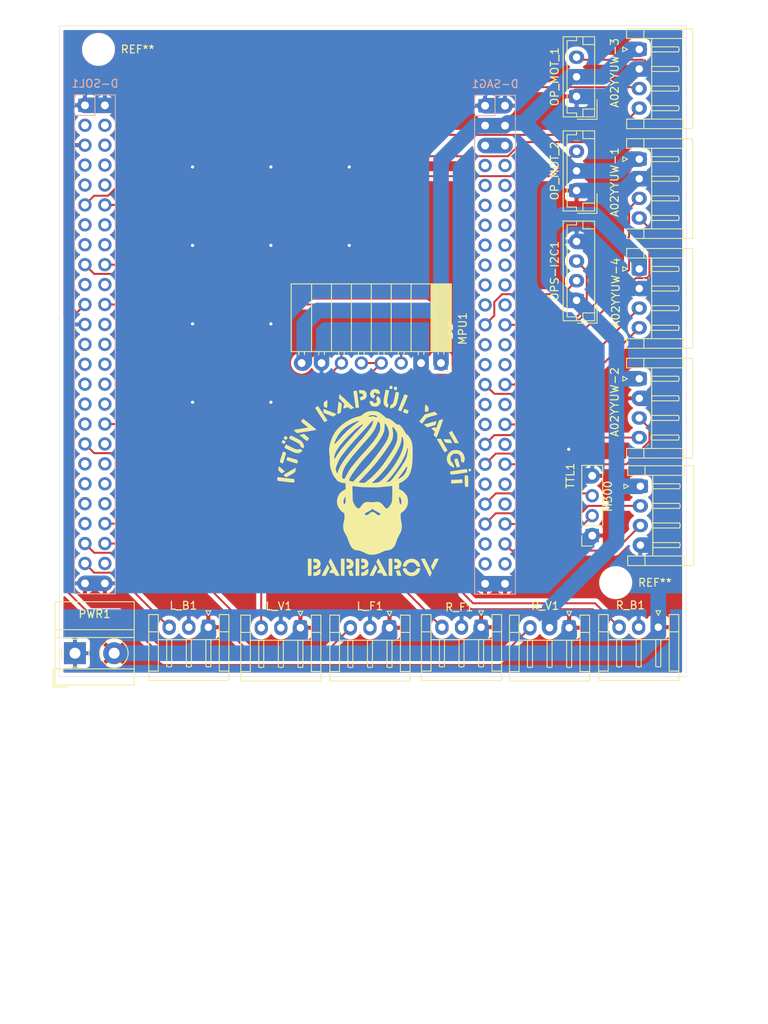
<source format=kicad_pcb>
(kicad_pcb (version 20171130) (host pcbnew "(5.1.10)-1")
  (layers (0 F.Cu signal) (31 B.Cu signal) (34 B.Paste user) (35 F.Paste user) (36 B.SilkS user) (37 F.SilkS user) (38 B.Mask user) (39 F.Mask user) (44 Edge.Cuts user))
  (net 0 "")
  (net 1 I2C1_SDA)
  (net 2 I2C1_SCL)
  (net 3 I2C3_SDA)
  (net 4 I2C3_SCL)
  (net 5 TIM3_CH1)
  (net 6 TIM3_CH2)
  (net 7 TIM3_CH3)
  (net 8 TIM3_CH4)
  (net 9 I2C2_SCL)
  (net 10 I2C2_SDA)
  (net 11 +3V0)
  (net 12 GND_GDK_giris)
  (net 13 +5V_GDK_giris)
  (net 14 "Net-(D-SAG1-Pad45)")
  (net 15 "Net-(D-SAG1-Pad42)")
  (net 16 "Net-(D-SAG1-Pad40)")
  (net 17 "Net-(D-SAG1-Pad39)")
  (net 18 "Net-(D-SAG1-Pad36)")
  (net 19 "Net-(D-SAG1-Pad33)")
  (net 20 "Net-(D-SAG1-Pad32)")
  (net 21 "Net-(D-SAG1-Pad31)")
  (net 22 "Net-(D-SAG1-Pad28)")
  (net 23 "Net-(D-SAG1-Pad27)")
  (net 24 "Net-(D-SAG1-Pad26)")
  (net 25 "Net-(D-SAG1-Pad25)")
  (net 26 "Net-(D-SAG1-Pad22)")
  (net 27 "Net-(D-SAG1-Pad21)")
  (net 28 "Net-(D-SAG1-Pad20)")
  (net 29 "Net-(D-SAG1-Pad19)")
  (net 30 "Net-(D-SAG1-Pad18)")
  (net 31 "Net-(D-SAG1-Pad17)")
  (net 32 "Net-(D-SAG1-Pad16)")
  (net 33 "Net-(D-SAG1-Pad15)")
  (net 34 "Net-(D-SAG1-Pad13)")
  (net 35 "Net-(D-SAG1-Pad12)")
  (net 36 "Net-(D-SAG1-Pad10)")
  (net 37 "Net-(D-SAG1-Pad9)")
  (net 38 "Net-(D-SAG1-Pad8)")
  (net 39 "Net-(D-SAG1-Pad7)")
  (net 40 "Net-(D-SOL1-Pad48)")
  (net 41 "Net-(D-SOL1-Pad43)")
  (net 42 "Net-(D-SOL1-Pad42)")
  (net 43 "Net-(D-SOL1-Pad39)")
  (net 44 "Net-(D-SOL1-Pad38)")
  (net 45 "Net-(D-SOL1-Pad37)")
  (net 46 "Net-(D-SOL1-Pad36)")
  (net 47 "Net-(D-SOL1-Pad33)")
  (net 48 "Net-(D-SOL1-Pad32)")
  (net 49 "Net-(D-SOL1-Pad31)")
  (net 50 "Net-(D-SOL1-Pad30)")
  (net 51 "Net-(D-SOL1-Pad29)")
  (net 52 "Net-(D-SOL1-Pad28)")
  (net 53 "Net-(D-SOL1-Pad27)")
  (net 54 "Net-(D-SOL1-Pad26)")
  (net 55 "Net-(D-SOL1-Pad25)")
  (net 56 "Net-(D-SOL1-Pad24)")
  (net 57 "Net-(D-SOL1-Pad20)")
  (net 58 "Net-(D-SOL1-Pad19)")
  (net 59 "Net-(D-SOL1-Pad16)")
  (net 60 "Net-(D-SOL1-Pad10)")
  (net 61 "Net-(D-SOL1-Pad9)")
  (net 62 "Net-(D-SOL1-Pad8)")
  (net 63 "Net-(D-SOL1-Pad7)")
  (net 64 "Net-(D-SOL1-Pad6)")
  (net 65 "Net-(D-SOL1-Pad4)")
  (net 66 "Net-(D-SOL1-Pad3)")
  (net 67 USART2_TX)
  (net 68 USART2_RX)
  (net 69 USART3_TX)
  (net 70 USART3_RX)
  (net 71 UART4_TX)
  (net 72 UART4_RX)
  (net 73 UART5_RX)
  (net 74 UART5_TX)
  (net 75 "Net-(D-SAG1-Pad48)")
  (net 76 "Net-(D-SAG1-Pad47)")
  (net 77 USART1_TX)
  (net 78 USART1_RX)
  (net 79 "Net-(D-SAG1-Pad14)")
  (net 80 "Net-(D-SAG1-Pad11)")
  (net 81 TIM4_CH4)
  (net 82 TIM4_CH3)
  (net 83 TIM4_CH2)
  (net 84 TIM4_CH1)
  (net 85 "Net-(D-SOL1-Pad41)")
  (net 86 "Net-(D-SOL1-Pad40)")
  (net 87 "Net-(D-SOL1-Pad15)")
  (net 88 "Net-(D-SOL1-Pad14)")
  (net 89 "Net-(D-SOL1-Pad13)")
  (module Connector_PinSocket_2.54mm:PinSocket_2x25_P2.54mm_Vertical (layer B.Cu) (at 176.276 72.136 180)
    (fp_text reference D-SOL1 (at -1.27 2.77) (layer B.SilkS) (effects (justify mirror)))
    (fp_text value SOL)
    (pad 50 thru_hole oval (at -2.54 -60.96 180) (size 1.7 1.7) (drill 1) (layers *.Cu *.Mask) (net 12 GND_GDK_giris))
    (pad 49 thru_hole oval (at 0 -60.96 180) (size 1.7 1.7) (drill 1) (layers *.Cu *.Mask) (net 12 GND_GDK_giris))
    (pad 48 thru_hole oval (at -2.54 -58.42 180) (size 1.7 1.7) (drill 1) (layers *.Cu *.Mask) (net 40 "Net-(D-SOL1-Pad48)"))
    (pad 47 thru_hole oval (at 0 -58.42 180) (size 1.7 1.7) (drill 1) (layers *.Cu *.Mask) (net 81 TIM4_CH4))
    (pad 46 thru_hole oval (at -2.54 -55.88 180) (size 1.7 1.7) (drill 1) (layers *.Cu *.Mask) (net 82 TIM4_CH3))
    (pad 45 thru_hole oval (at 0 -55.88 180) (size 1.7 1.7) (drill 1) (layers *.Cu *.Mask) (net 83 TIM4_CH2))
    (pad 44 thru_hole oval (at -2.54 -53.34 180) (size 1.7 1.7) (drill 1) (layers *.Cu *.Mask) (net 84 TIM4_CH1))
    (pad 43 thru_hole oval (at 0 -53.34 180) (size 1.7 1.7) (drill 1) (layers *.Cu *.Mask) (net 41 "Net-(D-SOL1-Pad43)"))
    (pad 42 thru_hole oval (at -2.54 -50.8 180) (size 1.7 1.7) (drill 1) (layers *.Cu *.Mask) (net 42 "Net-(D-SOL1-Pad42)"))
    (pad 41 thru_hole oval (at 0 -50.8 180) (size 1.7 1.7) (drill 1) (layers *.Cu *.Mask) (net 85 "Net-(D-SOL1-Pad41)"))
    (pad 40 thru_hole oval (at -2.54 -48.26 180) (size 1.7 1.7) (drill 1) (layers *.Cu *.Mask) (net 86 "Net-(D-SOL1-Pad40)"))
    (pad 39 thru_hole oval (at 0 -48.26 180) (size 1.7 1.7) (drill 1) (layers *.Cu *.Mask) (net 43 "Net-(D-SOL1-Pad39)"))
    (pad 38 thru_hole oval (at -2.54 -45.72 180) (size 1.7 1.7) (drill 1) (layers *.Cu *.Mask) (net 44 "Net-(D-SOL1-Pad38)"))
    (pad 37 thru_hole oval (at 0 -45.72 180) (size 1.7 1.7) (drill 1) (layers *.Cu *.Mask) (net 45 "Net-(D-SOL1-Pad37)"))
    (pad 36 thru_hole oval (at -2.54 -43.18 180) (size 1.7 1.7) (drill 1) (layers *.Cu *.Mask) (net 46 "Net-(D-SOL1-Pad36)"))
    (pad 35 thru_hole oval (at 0 -43.18 180) (size 1.7 1.7) (drill 1) (layers *.Cu *.Mask) (net 10 I2C2_SDA))
    (pad 34 thru_hole oval (at -2.54 -40.64 180) (size 1.7 1.7) (drill 1) (layers *.Cu *.Mask) (net 9 I2C2_SCL))
    (pad 33 thru_hole oval (at 0 -40.64 180) (size 1.7 1.7) (drill 1) (layers *.Cu *.Mask) (net 47 "Net-(D-SOL1-Pad33)"))
    (pad 32 thru_hole oval (at -2.54 -38.1 180) (size 1.7 1.7) (drill 1) (layers *.Cu *.Mask) (net 48 "Net-(D-SOL1-Pad32)"))
    (pad 31 thru_hole oval (at 0 -38.1 180) (size 1.7 1.7) (drill 1) (layers *.Cu *.Mask) (net 49 "Net-(D-SOL1-Pad31)"))
    (pad 30 thru_hole oval (at -2.54 -35.56 180) (size 1.7 1.7) (drill 1) (layers *.Cu *.Mask) (net 50 "Net-(D-SOL1-Pad30)"))
    (pad 29 thru_hole oval (at 0 -35.56 180) (size 1.7 1.7) (drill 1) (layers *.Cu *.Mask) (net 51 "Net-(D-SOL1-Pad29)"))
    (pad 28 thru_hole oval (at -2.54 -33.02 180) (size 1.7 1.7) (drill 1) (layers *.Cu *.Mask) (net 52 "Net-(D-SOL1-Pad28)"))
    (pad 27 thru_hole oval (at 0 -33.02 180) (size 1.7 1.7) (drill 1) (layers *.Cu *.Mask) (net 53 "Net-(D-SOL1-Pad27)"))
    (pad 26 thru_hole oval (at -2.54 -30.48 180) (size 1.7 1.7) (drill 1) (layers *.Cu *.Mask) (net 54 "Net-(D-SOL1-Pad26)"))
    (pad 25 thru_hole oval (at 0 -30.48 180) (size 1.7 1.7) (drill 1) (layers *.Cu *.Mask) (net 55 "Net-(D-SOL1-Pad25)"))
    (pad 24 thru_hole oval (at -2.54 -27.94 180) (size 1.7 1.7) (drill 1) (layers *.Cu *.Mask) (net 56 "Net-(D-SOL1-Pad24)"))
    (pad 23 thru_hole oval (at 0 -27.94 180) (size 1.7 1.7) (drill 1) (layers *.Cu *.Mask) (net 12 GND_GDK_giris))
    (pad 22 thru_hole oval (at -2.54 -25.4 180) (size 1.7 1.7) (drill 1) (layers *.Cu *.Mask) (net 7 TIM3_CH3))
    (pad 21 thru_hole oval (at 0 -25.4 180) (size 1.7 1.7) (drill 1) (layers *.Cu *.Mask) (net 8 TIM3_CH4))
    (pad 20 thru_hole oval (at -2.54 -22.86 180) (size 1.7 1.7) (drill 1) (layers *.Cu *.Mask) (net 57 "Net-(D-SOL1-Pad20)"))
    (pad 19 thru_hole oval (at 0 -22.86 180) (size 1.7 1.7) (drill 1) (layers *.Cu *.Mask) (net 58 "Net-(D-SOL1-Pad19)"))
    (pad 18 thru_hole oval (at -2.54 -20.32 180) (size 1.7 1.7) (drill 1) (layers *.Cu *.Mask) (net 5 TIM3_CH1))
    (pad 17 thru_hole oval (at 0 -20.32 180) (size 1.7 1.7) (drill 1) (layers *.Cu *.Mask) (net 6 TIM3_CH2))
    (pad 16 thru_hole oval (at -2.54 -17.78 180) (size 1.7 1.7) (drill 1) (layers *.Cu *.Mask) (net 59 "Net-(D-SOL1-Pad16)"))
    (pad 15 thru_hole oval (at 0 -17.78 180) (size 1.7 1.7) (drill 1) (layers *.Cu *.Mask) (net 87 "Net-(D-SOL1-Pad15)"))
    (pad 14 thru_hole oval (at -2.54 -15.24 180) (size 1.7 1.7) (drill 1) (layers *.Cu *.Mask) (net 88 "Net-(D-SOL1-Pad14)"))
    (pad 13 thru_hole oval (at 0 -15.24 180) (size 1.7 1.7) (drill 1) (layers *.Cu *.Mask) (net 89 "Net-(D-SOL1-Pad13)"))
    (pad 12 thru_hole oval (at -2.54 -12.7 180) (size 1.7 1.7) (drill 1) (layers *.Cu *.Mask) (net 71 UART4_TX))
    (pad 11 thru_hole oval (at 0 -12.7 180) (size 1.7 1.7) (drill 1) (layers *.Cu *.Mask) (net 72 UART4_RX))
    (pad 10 thru_hole oval (at -2.54 -10.16 180) (size 1.7 1.7) (drill 1) (layers *.Cu *.Mask) (net 60 "Net-(D-SOL1-Pad10)"))
    (pad 9 thru_hole oval (at 0 -10.16 180) (size 1.7 1.7) (drill 1) (layers *.Cu *.Mask) (net 61 "Net-(D-SOL1-Pad9)"))
    (pad 8 thru_hole oval (at -2.54 -7.62 180) (size 1.7 1.7) (drill 1) (layers *.Cu *.Mask) (net 62 "Net-(D-SOL1-Pad8)"))
    (pad 7 thru_hole oval (at 0 -7.62 180) (size 1.7 1.7) (drill 1) (layers *.Cu *.Mask) (net 63 "Net-(D-SOL1-Pad7)"))
    (pad 6 thru_hole oval (at -2.54 -5.08 180) (size 1.7 1.7) (drill 1) (layers *.Cu *.Mask) (net 64 "Net-(D-SOL1-Pad6)"))
    (pad 5 thru_hole oval (at 0 -5.08 180) (size 1.7 1.7) (drill 1) (layers *.Cu *.Mask) (net 12 GND_GDK_giris))
    (pad 4 thru_hole oval (at -2.54 -2.54 180) (size 1.7 1.7) (drill 1) (layers *.Cu *.Mask) (net 65 "Net-(D-SOL1-Pad4)"))
    (pad 3 thru_hole oval (at 0 -2.54 180) (size 1.7 1.7) (drill 1) (layers *.Cu *.Mask) (net 66 "Net-(D-SOL1-Pad3)"))
    (pad 2 thru_hole oval (at -2.54 0 180) (size 1.7 1.7) (drill 1) (layers *.Cu *.Mask) (net 12 GND_GDK_giris))
    (pad 1 thru_hole rect (at 0 0 180) (size 1.7 1.7) (drill 1) (layers *.Cu *.Mask) (net 12 GND_GDK_giris))
  )
  (module deneme:deneme_v3 (layer F.Cu) (at 213 120.5)
    (fp_text reference G*** hide)
    (fp_text value LOGO hide)
  )
  (module Connector_JST:JST_EH_B3B-EH-A_1x03_P2.50mm_Vertical (layer F.Cu) (at 239 83 90)
    (fp_text reference OP_MOT_2 (at 2.5 -2.8 90) (layer F.SilkS))
    (fp_text value OPS_MOT2)
    (pad 1 thru_hole roundrect (at 0 0 90) (size 1.7 1.95) (drill 0.95) (layers *.Cu *.Mask) (roundrect_rratio 0.1470588235294118) (net 12 GND_GDK_giris))
    (pad 2 thru_hole oval (at 2.5 0 90) (size 1.7 1.95) (drill 0.95) (layers *.Cu *.Mask) (net 13 +5V_GDK_giris))
    (pad 3 thru_hole oval (at 5 0 90) (size 1.7 1.95) (drill 0.95) (layers *.Cu *.Mask) (net 6 TIM3_CH2))
  )
  (module Connector_JST:JST_EH_S3B-EH_1x03_P2.50mm_Horizontal (layer F.Cu) (at 192.024 138.684 180)
    (fp_text reference L_B1 (at 3.196 2.754) (layer F.SilkS))
    (fp_text value SOL_ARKA)
    (pad 3 thru_hole oval (at 5 0 180) (size 1.7 1.95) (drill 0.95) (layers *.Cu *.Mask) (net 81 TIM4_CH4))
    (pad 2 thru_hole oval (at 2.5 0 180) (size 1.7 1.95) (drill 0.95) (layers *.Cu *.Mask) (net 13 +5V_GDK_giris))
    (pad 1 thru_hole roundrect (at 0 0 180) (size 1.7 1.95) (drill 0.95) (layers *.Cu *.Mask) (roundrect_rratio 0.1470588235294118) (net 12 GND_GDK_giris))
  )
  (module Connector_JST:JST_EH_S4B-EH_1x04_P2.50mm_Horizontal (layer F.Cu) (at 247 93 270)
    (fp_text reference A02YYUW-4 (at 3 3 90) (layer F.SilkS))
    (fp_text value A02YYUW-3)
    (pad 1 thru_hole roundrect (at 0 0 270) (size 1.7 1.95) (drill 0.95) (layers *.Cu *.Mask) (roundrect_rratio 0.1470588235294118) (net 13 +5V_GDK_giris))
    (pad 2 thru_hole oval (at 2.5 0 270) (size 1.7 1.95) (drill 0.95) (layers *.Cu *.Mask) (net 12 GND_GDK_giris))
    (pad 3 thru_hole oval (at 5 0 270) (size 1.7 1.95) (drill 0.95) (layers *.Cu *.Mask) (net 73 UART5_RX))
    (pad 4 thru_hole oval (at 7.5 0 270) (size 1.7 1.95) (drill 0.95) (layers *.Cu *.Mask) (net 74 UART5_TX))
  )
  (module TerminalBlock_MetzConnect:TerminalBlock_MetzConnect_Type011_RT05502HBWC_1x02_P5.00mm_Horizontal (layer F.Cu) (at 175 142)
    (fp_text reference PWR1 (at 2.5 -5) (layer F.SilkS))
    (fp_text value GDK_Güc_Girisleri)
    (pad 2 thru_hole circle (at 5 0) (size 2.8 2.8) (drill 1.4) (layers *.Cu *.Mask) (net 12 GND_GDK_giris))
    (pad 1 thru_hole rect (at 0 0) (size 2.8 2.8) (drill 1.4) (layers *.Cu *.Mask) (net 13 +5V_GDK_giris))
  )
  (module MountingHole:MountingHole_3.2mm_M3 (layer F.Cu) (at 244 133)
    (fp_text reference REF** (at 5 0) (layer F.SilkS))
    (fp_text value MountingHole_3.2mm_M3)
    (pad 1 np_thru_hole circle (at 0 0) (size 3.2 3.2) (drill 3.2) (layers *.Cu *.Mask))
  )
  (module MountingHole:MountingHole_3.2mm_M3 (layer F.Cu) (at 178 65)
    (fp_text reference REF** (at 5 0) (layer F.SilkS))
    (fp_text value MountingHole_3.2mm_M3)
    (pad 1 np_thru_hole circle (at 0 0) (size 3.2 3.2) (drill 3.2) (layers *.Cu *.Mask))
  )
  (module Connector_PinSocket_2.54mm:PinSocket_2x25_P2.54mm_Vertical (layer B.Cu) (at 227.33 72.186 180)
    (fp_text reference D-SAG1 (at -1.27 2.77) (layer B.SilkS) (effects (justify mirror)))
    (fp_text value SAG)
    (pad 50 thru_hole oval (at -2.54 -60.96 180) (size 1.7 1.7) (drill 1) (layers *.Cu *.Mask) (net 12 GND_GDK_giris))
    (pad 49 thru_hole oval (at 0 -60.96 180) (size 1.7 1.7) (drill 1) (layers *.Cu *.Mask) (net 12 GND_GDK_giris))
    (pad 48 thru_hole oval (at -2.54 -58.42 180) (size 1.7 1.7) (drill 1) (layers *.Cu *.Mask) (net 75 "Net-(D-SAG1-Pad48)"))
    (pad 47 thru_hole oval (at 0 -58.42 180) (size 1.7 1.7) (drill 1) (layers *.Cu *.Mask) (net 76 "Net-(D-SAG1-Pad47)"))
    (pad 46 thru_hole oval (at -2.54 -55.88 180) (size 1.7 1.7) (drill 1) (layers *.Cu *.Mask) (net 3 I2C3_SDA))
    (pad 45 thru_hole oval (at 0 -55.88 180) (size 1.7 1.7) (drill 1) (layers *.Cu *.Mask) (net 14 "Net-(D-SAG1-Pad45)"))
    (pad 44 thru_hole oval (at -2.54 -53.34 180) (size 1.7 1.7) (drill 1) (layers *.Cu *.Mask) (net 77 USART1_TX))
    (pad 43 thru_hole oval (at 0 -53.34 180) (size 1.7 1.7) (drill 1) (layers *.Cu *.Mask) (net 4 I2C3_SCL))
    (pad 42 thru_hole oval (at -2.54 -50.8 180) (size 1.7 1.7) (drill 1) (layers *.Cu *.Mask) (net 15 "Net-(D-SAG1-Pad42)"))
    (pad 41 thru_hole oval (at 0 -50.8 180) (size 1.7 1.7) (drill 1) (layers *.Cu *.Mask) (net 78 USART1_RX))
    (pad 40 thru_hole oval (at -2.54 -48.26 180) (size 1.7 1.7) (drill 1) (layers *.Cu *.Mask) (net 16 "Net-(D-SAG1-Pad40)"))
    (pad 39 thru_hole oval (at 0 -48.26 180) (size 1.7 1.7) (drill 1) (layers *.Cu *.Mask) (net 17 "Net-(D-SAG1-Pad39)"))
    (pad 38 thru_hole oval (at -2.54 -45.72 180) (size 1.7 1.7) (drill 1) (layers *.Cu *.Mask) (net 70 USART3_RX))
    (pad 37 thru_hole oval (at 0 -45.72 180) (size 1.7 1.7) (drill 1) (layers *.Cu *.Mask) (net 69 USART3_TX))
    (pad 36 thru_hole oval (at -2.54 -43.18 180) (size 1.7 1.7) (drill 1) (layers *.Cu *.Mask) (net 18 "Net-(D-SAG1-Pad36)"))
    (pad 35 thru_hole oval (at 0 -43.18 180) (size 1.7 1.7) (drill 1) (layers *.Cu *.Mask) (net 74 UART5_TX))
    (pad 34 thru_hole oval (at -2.54 -40.64 180) (size 1.7 1.7) (drill 1) (layers *.Cu *.Mask) (net 73 UART5_RX))
    (pad 33 thru_hole oval (at 0 -40.64 180) (size 1.7 1.7) (drill 1) (layers *.Cu *.Mask) (net 19 "Net-(D-SAG1-Pad33)"))
    (pad 32 thru_hole oval (at -2.54 -38.1 180) (size 1.7 1.7) (drill 1) (layers *.Cu *.Mask) (net 20 "Net-(D-SAG1-Pad32)"))
    (pad 31 thru_hole oval (at 0 -38.1 180) (size 1.7 1.7) (drill 1) (layers *.Cu *.Mask) (net 21 "Net-(D-SAG1-Pad31)"))
    (pad 30 thru_hole oval (at -2.54 -35.56 180) (size 1.7 1.7) (drill 1) (layers *.Cu *.Mask) (net 68 USART2_RX))
    (pad 29 thru_hole oval (at 0 -35.56 180) (size 1.7 1.7) (drill 1) (layers *.Cu *.Mask) (net 67 USART2_TX))
    (pad 28 thru_hole oval (at -2.54 -33.02 180) (size 1.7 1.7) (drill 1) (layers *.Cu *.Mask) (net 22 "Net-(D-SAG1-Pad28)"))
    (pad 27 thru_hole oval (at 0 -33.02 180) (size 1.7 1.7) (drill 1) (layers *.Cu *.Mask) (net 23 "Net-(D-SAG1-Pad27)"))
    (pad 26 thru_hole oval (at -2.54 -30.48 180) (size 1.7 1.7) (drill 1) (layers *.Cu *.Mask) (net 24 "Net-(D-SAG1-Pad26)"))
    (pad 25 thru_hole oval (at 0 -30.48 180) (size 1.7 1.7) (drill 1) (layers *.Cu *.Mask) (net 25 "Net-(D-SAG1-Pad25)"))
    (pad 24 thru_hole oval (at -2.54 -27.94 180) (size 1.7 1.7) (drill 1) (layers *.Cu *.Mask) (net 1 I2C1_SDA))
    (pad 23 thru_hole oval (at 0 -27.94 180) (size 1.7 1.7) (drill 1) (layers *.Cu *.Mask) (net 2 I2C1_SCL))
    (pad 22 thru_hole oval (at -2.54 -25.4 180) (size 1.7 1.7) (drill 1) (layers *.Cu *.Mask) (net 26 "Net-(D-SAG1-Pad22)"))
    (pad 21 thru_hole oval (at 0 -25.4 180) (size 1.7 1.7) (drill 1) (layers *.Cu *.Mask) (net 27 "Net-(D-SAG1-Pad21)"))
    (pad 20 thru_hole oval (at -2.54 -22.86 180) (size 1.7 1.7) (drill 1) (layers *.Cu *.Mask) (net 28 "Net-(D-SAG1-Pad20)"))
    (pad 19 thru_hole oval (at 0 -22.86 180) (size 1.7 1.7) (drill 1) (layers *.Cu *.Mask) (net 29 "Net-(D-SAG1-Pad19)"))
    (pad 18 thru_hole oval (at -2.54 -20.32 180) (size 1.7 1.7) (drill 1) (layers *.Cu *.Mask) (net 30 "Net-(D-SAG1-Pad18)"))
    (pad 17 thru_hole oval (at 0 -20.32 180) (size 1.7 1.7) (drill 1) (layers *.Cu *.Mask) (net 31 "Net-(D-SAG1-Pad17)"))
    (pad 16 thru_hole oval (at -2.54 -17.78 180) (size 1.7 1.7) (drill 1) (layers *.Cu *.Mask) (net 32 "Net-(D-SAG1-Pad16)"))
    (pad 15 thru_hole oval (at 0 -17.78 180) (size 1.7 1.7) (drill 1) (layers *.Cu *.Mask) (net 33 "Net-(D-SAG1-Pad15)"))
    (pad 14 thru_hole oval (at -2.54 -15.24 180) (size 1.7 1.7) (drill 1) (layers *.Cu *.Mask) (net 79 "Net-(D-SAG1-Pad14)"))
    (pad 13 thru_hole oval (at 0 -15.24 180) (size 1.7 1.7) (drill 1) (layers *.Cu *.Mask) (net 34 "Net-(D-SAG1-Pad13)"))
    (pad 12 thru_hole oval (at -2.54 -12.7 180) (size 1.7 1.7) (drill 1) (layers *.Cu *.Mask) (net 35 "Net-(D-SAG1-Pad12)"))
    (pad 11 thru_hole oval (at 0 -12.7 180) (size 1.7 1.7) (drill 1) (layers *.Cu *.Mask) (net 80 "Net-(D-SAG1-Pad11)"))
    (pad 10 thru_hole oval (at -2.54 -10.16 180) (size 1.7 1.7) (drill 1) (layers *.Cu *.Mask) (net 36 "Net-(D-SAG1-Pad10)"))
    (pad 9 thru_hole oval (at 0 -10.16 180) (size 1.7 1.7) (drill 1) (layers *.Cu *.Mask) (net 37 "Net-(D-SAG1-Pad9)"))
    (pad 8 thru_hole oval (at -2.54 -7.62 180) (size 1.7 1.7) (drill 1) (layers *.Cu *.Mask) (net 38 "Net-(D-SAG1-Pad8)"))
    (pad 7 thru_hole oval (at 0 -7.62 180) (size 1.7 1.7) (drill 1) (layers *.Cu *.Mask) (net 39 "Net-(D-SAG1-Pad7)"))
    (pad 6 thru_hole oval (at -2.54 -5.08 180) (size 1.7 1.7) (drill 1) (layers *.Cu *.Mask) (net 11 +3V0))
    (pad 5 thru_hole oval (at 0 -5.08 180) (size 1.7 1.7) (drill 1) (layers *.Cu *.Mask) (net 11 +3V0))
    (pad 4 thru_hole oval (at -2.54 -2.54 180) (size 1.7 1.7) (drill 1) (layers *.Cu *.Mask) (net 13 +5V_GDK_giris))
    (pad 3 thru_hole oval (at 0 -2.54 180) (size 1.7 1.7) (drill 1) (layers *.Cu *.Mask) (net 13 +5V_GDK_giris))
    (pad 2 thru_hole oval (at -2.54 0 180) (size 1.7 1.7) (drill 1) (layers *.Cu *.Mask) (net 12 GND_GDK_giris))
    (pad 1 thru_hole rect (at 0 0 180) (size 1.7 1.7) (drill 1) (layers *.Cu *.Mask) (net 12 GND_GDK_giris))
  )
  (module Connector_JST:JST_EH_S4B-EH_1x04_P2.50mm_Horizontal (layer F.Cu) (at 247.142 120.714 270)
    (fp_text reference M300 (at 1.286 4.142 90) (layer F.SilkS))
    (fp_text value M300)
    (pad 4 thru_hole oval (at 7.5 0 270) (size 1.7 1.95) (drill 0.95) (layers *.Cu *.Mask) (net 12 GND_GDK_giris))
    (pad 3 thru_hole oval (at 5 0 270) (size 1.7 1.95) (drill 0.95) (layers *.Cu *.Mask) (net 3 I2C3_SDA))
    (pad 2 thru_hole oval (at 2.5 0 270) (size 1.7 1.95) (drill 0.95) (layers *.Cu *.Mask) (net 4 I2C3_SCL))
    (pad 1 thru_hole roundrect (at 0 0 270) (size 1.7 1.95) (drill 0.95) (layers *.Cu *.Mask) (roundrect_rratio 0.1470588235294118) (net 13 +5V_GDK_giris))
  )
  (module Connector_JST:JST_EH_S4B-EH_1x04_P2.50mm_Horizontal (layer F.Cu) (at 247 65 270)
    (fp_text reference A02YYUW-3 (at 3.002 3.142 90) (layer F.SilkS))
    (fp_text value A02YYUW-3)
    (pad 4 thru_hole oval (at 7.5 0 270) (size 1.7 1.95) (drill 0.95) (layers *.Cu *.Mask) (net 71 UART4_TX))
    (pad 3 thru_hole oval (at 5 0 270) (size 1.7 1.95) (drill 0.95) (layers *.Cu *.Mask) (net 72 UART4_RX))
    (pad 2 thru_hole oval (at 2.5 0 270) (size 1.7 1.95) (drill 0.95) (layers *.Cu *.Mask) (net 12 GND_GDK_giris))
    (pad 1 thru_hole roundrect (at 0 0 270) (size 1.7 1.95) (drill 0.95) (layers *.Cu *.Mask) (roundrect_rratio 0.1470588235294118) (net 13 +5V_GDK_giris))
  )
  (module Connector_JST:JST_EH_S3B-EH_1x03_P2.50mm_Horizontal (layer F.Cu) (at 203.766 138.754 180)
    (fp_text reference L_V1 (at 2.766 2.754) (layer F.SilkS))
    (fp_text value SOL_DIKEY)
    (pad 3 thru_hole oval (at 5 0 180) (size 1.7 1.95) (drill 0.95) (layers *.Cu *.Mask) (net 82 TIM4_CH3))
    (pad 2 thru_hole oval (at 2.5 0 180) (size 1.7 1.95) (drill 0.95) (layers *.Cu *.Mask) (net 13 +5V_GDK_giris))
    (pad 1 thru_hole roundrect (at 0 0 180) (size 1.7 1.95) (drill 0.95) (layers *.Cu *.Mask) (roundrect_rratio 0.1470588235294118) (net 12 GND_GDK_giris))
  )
  (module Connector_JST:JST_EH_S4B-EH_1x04_P2.50mm_Horizontal (layer F.Cu) (at 247 107 270)
    (fp_text reference A02YYUW-2 (at 2.972 3.142 90) (layer F.SilkS))
    (fp_text value A02YYUW-2)
    (pad 4 thru_hole oval (at 7.5 0 270) (size 1.7 1.95) (drill 0.95) (layers *.Cu *.Mask) (net 69 USART3_TX))
    (pad 3 thru_hole oval (at 5 0 270) (size 1.7 1.95) (drill 0.95) (layers *.Cu *.Mask) (net 70 USART3_RX))
    (pad 2 thru_hole oval (at 2.5 0 270) (size 1.7 1.95) (drill 0.95) (layers *.Cu *.Mask) (net 12 GND_GDK_giris))
    (pad 1 thru_hole roundrect (at 0 0 270) (size 1.7 1.95) (drill 0.95) (layers *.Cu *.Mask) (roundrect_rratio 0.1470588235294118) (net 13 +5V_GDK_giris))
  )
  (module Connector_JST:JST_EH_S4B-EH_1x04_P2.50mm_Horizontal (layer F.Cu) (at 247 79 270)
    (fp_text reference A02YYUW-1 (at 2.942 3.142 90) (layer F.SilkS))
    (fp_text value A02YYUW-1)
    (pad 4 thru_hole oval (at 7.5 0 270) (size 1.7 1.95) (drill 0.95) (layers *.Cu *.Mask) (net 67 USART2_TX))
    (pad 3 thru_hole oval (at 5 0 270) (size 1.7 1.95) (drill 0.95) (layers *.Cu *.Mask) (net 68 USART2_RX))
    (pad 2 thru_hole oval (at 2.5 0 270) (size 1.7 1.95) (drill 0.95) (layers *.Cu *.Mask) (net 12 GND_GDK_giris))
    (pad 1 thru_hole roundrect (at 0 0 270) (size 1.7 1.95) (drill 0.95) (layers *.Cu *.Mask) (roundrect_rratio 0.1470588235294118) (net 13 +5V_GDK_giris))
  )
  (module Connector_JST:JST_EH_S3B-EH_1x03_P2.50mm_Horizontal (layer F.Cu) (at 215.138 138.754 180)
    (fp_text reference L_F1 (at 2.5 2.754) (layer F.SilkS))
    (fp_text value SOL_ON)
    (pad 3 thru_hole oval (at 5 0 180) (size 1.7 1.95) (drill 0.95) (layers *.Cu *.Mask) (net 83 TIM4_CH2))
    (pad 2 thru_hole oval (at 2.5 0 180) (size 1.7 1.95) (drill 0.95) (layers *.Cu *.Mask) (net 13 +5V_GDK_giris))
    (pad 1 thru_hole roundrect (at 0 0 180) (size 1.7 1.95) (drill 0.95) (layers *.Cu *.Mask) (roundrect_rratio 0.1470588235294118) (net 12 GND_GDK_giris))
  )
  (module Connector_JST:JST_EH_S3B-EH_1x03_P2.50mm_Horizontal (layer F.Cu) (at 226.822 138.684 180)
    (fp_text reference R_F1 (at 2.794 2.54 180) (layer F.SilkS))
    (fp_text value SAG_ON)
    (pad 3 thru_hole oval (at 5 0 180) (size 1.7 1.95) (drill 0.95) (layers *.Cu *.Mask) (net 84 TIM4_CH1))
    (pad 2 thru_hole oval (at 2.5 0 180) (size 1.7 1.95) (drill 0.95) (layers *.Cu *.Mask) (net 13 +5V_GDK_giris))
    (pad 1 thru_hole roundrect (at 0 0 180) (size 1.7 1.95) (drill 0.95) (layers *.Cu *.Mask) (roundrect_rratio 0.1470588235294118) (net 12 GND_GDK_giris))
  )
  (module Connector_JST:JST_EH_S3B-EH_1x03_P2.50mm_Horizontal (layer F.Cu) (at 238.056 138.754 180)
    (fp_text reference R_V1 (at 3.048 2.794) (layer F.SilkS))
    (fp_text value SAG_DIKEY)
    (pad 3 thru_hole oval (at 5 0 180) (size 1.7 1.95) (drill 0.95) (layers *.Cu *.Mask) (net 8 TIM3_CH4))
    (pad 2 thru_hole oval (at 2.5 0 180) (size 1.7 1.95) (drill 0.95) (layers *.Cu *.Mask) (net 13 +5V_GDK_giris))
    (pad 1 thru_hole roundrect (at 0 0 180) (size 1.7 1.95) (drill 0.95) (layers *.Cu *.Mask) (roundrect_rratio 0.1470588235294118) (net 12 GND_GDK_giris))
  )
  (module Connector_JST:JST_EH_S3B-EH_1x03_P2.50mm_Horizontal (layer F.Cu) (at 249.428 138.684 180)
    (fp_text reference R_B1 (at 3.556 2.794) (layer F.SilkS))
    (fp_text value SAG_ARKA)
    (pad 3 thru_hole oval (at 5 0 180) (size 1.7 1.95) (drill 0.95) (layers *.Cu *.Mask) (net 7 TIM3_CH3))
    (pad 2 thru_hole oval (at 2.5 0 180) (size 1.7 1.95) (drill 0.95) (layers *.Cu *.Mask) (net 13 +5V_GDK_giris))
    (pad 1 thru_hole roundrect (at 0 0 180) (size 1.7 1.95) (drill 0.95) (layers *.Cu *.Mask) (roundrect_rratio 0.1470588235294118) (net 12 GND_GDK_giris))
  )
  (module Connector_JST:JST_EH_B4B-EH-A_1x04_P2.50mm_Vertical (layer F.Cu) (at 239 97 90)
    (fp_text reference OPS-I2C1 (at 3.75 -2.8 90) (layer F.SilkS))
    (fp_text value OPS_I2C)
    (pad 1 thru_hole roundrect (at 0 0 90) (size 1.7 1.95) (drill 0.95) (layers *.Cu *.Mask) (roundrect_rratio 0.1470588235294118) (net 13 +5V_GDK_giris))
    (pad 2 thru_hole oval (at 2.5 0 90) (size 1.7 1.95) (drill 0.95) (layers *.Cu *.Mask) (net 2 I2C1_SCL))
    (pad 3 thru_hole oval (at 5 0 90) (size 1.7 1.95) (drill 0.95) (layers *.Cu *.Mask) (net 1 I2C1_SDA))
    (pad 4 thru_hole oval (at 7.5 0 90) (size 1.7 1.95) (drill 0.95) (layers *.Cu *.Mask) (net 12 GND_GDK_giris))
  )
  (module Connector_JST:JST_EH_B3B-EH-A_1x03_P2.50mm_Vertical (layer F.Cu) (at 239 71 90)
    (fp_text reference OP_MOT_1 (at 2.5 -2.8 90) (layer F.SilkS))
    (fp_text value OPS_MOT1)
    (pad 3 thru_hole oval (at 5 0 90) (size 1.7 1.95) (drill 0.95) (layers *.Cu *.Mask) (net 5 TIM3_CH1))
    (pad 2 thru_hole oval (at 2.5 0 90) (size 1.7 1.95) (drill 0.95) (layers *.Cu *.Mask) (net 13 +5V_GDK_giris))
    (pad 1 thru_hole roundrect (at 0 0 90) (size 1.7 1.95) (drill 0.95) (layers *.Cu *.Mask) (roundrect_rratio 0.1470588235294118) (net 12 GND_GDK_giris))
  )
  (module Connector_PinSocket_2.54mm:PinSocket_1x04_P2.54mm_Vertical (layer F.Cu) (at 241 127 180)
    (fp_text reference TTL1 (at 2.794 7.62 90) (layer F.SilkS))
    (fp_text value USB_TTL)
    (pad 1 thru_hole rect (at 0 0 180) (size 1.7 1.7) (drill 1) (layers *.Cu *.Mask) (net 12 GND_GDK_giris))
    (pad 2 thru_hole oval (at 0 2.54 180) (size 1.7 1.7) (drill 1) (layers *.Cu *.Mask) (net 77 USART1_TX))
    (pad 3 thru_hole oval (at 0 5.08 180) (size 1.7 1.7) (drill 1) (layers *.Cu *.Mask) (net 78 USART1_RX))
    (pad 4 thru_hole oval (at 0 7.62 180) (size 1.7 1.7) (drill 1) (layers *.Cu *.Mask) (net 12 GND_GDK_giris))
  )
  (module Connector_PinSocket_2.54mm:PinSocket_1x08_P2.54mm_Horizontal (layer F.Cu) (at 221.7 105 270)
    (fp_text reference MPU1 (at -4.38 -2.77 90) (layer F.SilkS))
    (fp_text value MPU6050)
    (pad 1 thru_hole rect (at 0 0 270) (size 1.7 1.7) (drill 1) (layers *.Cu *.Mask) (net 13 +5V_GDK_giris))
    (pad 2 thru_hole oval (at 0 2.54 270) (size 1.7 1.7) (drill 1) (layers *.Cu *.Mask) (net 12 GND_GDK_giris))
    (pad 3 thru_hole oval (at 0 5.08 270) (size 1.7 1.7) (drill 1) (layers *.Cu *.Mask) (net 9 I2C2_SCL))
    (pad 4 thru_hole oval (at 0 7.62 270) (size 1.7 1.7) (drill 1) (layers *.Cu *.Mask) (net 10 I2C2_SDA))
    (pad 5 thru_hole oval (at 0 10.16 270) (size 1.7 1.7) (drill 1) (layers *.Cu *.Mask) (net 10 I2C2_SDA))
    (pad 6 thru_hole oval (at 0 12.7 270) (size 1.7 1.7) (drill 1) (layers *.Cu *.Mask) (net 9 I2C2_SCL))
    (pad 7 thru_hole oval (at 0 15.24 270) (size 1.7 1.7) (drill 1) (layers *.Cu *.Mask) (net 12 GND_GDK_giris))
    (pad 8 thru_hole oval (at 0 17.78 270) (size 1.7 1.7) (drill 1) (layers *.Cu *.Mask) (net 13 +5V_GDK_giris))
  )
  (gr_line (start 173 62) (end 253 62) (layer Edge.Cuts) (width 0.05))
  (gr_line (start 173 145) (end 173 62) (layer Edge.Cuts) (width 0.05))
  (gr_line (start 253 145) (end 173 145) (layer Edge.Cuts) (width 0.05))
  (gr_line (start 253 62) (end 253 145) (layer Edge.Cuts) (width 0.05))
  (segment (start 240.30001 93.30001) (end 239 92) (width 0.25) (layer F.Cu) (net 1))
  (segment (start 240.30001 97.83818) (end 240.30001 93.30001) (width 0.25) (layer F.Cu) (net 1))
  (segment (start 238.01219 100.126) (end 240.30001 97.83818) (width 0.25) (layer F.Cu) (net 1))
  (segment (start 229.87 100.126) (end 238.01219 100.126) (width 0.25) (layer F.Cu) (net 1))
  (segment (start 237.278999 96.221001) (end 239 94.5) (width 0.25) (layer F.Cu) (net 2))
  (segment (start 229.495997 96.221001) (end 237.278999 96.221001) (width 0.25) (layer F.Cu) (net 2))
  (segment (start 228.505001 97.211997) (end 229.495997 96.221001) (width 0.25) (layer F.Cu) (net 2))
  (segment (start 228.505001 98.950999) (end 228.505001 97.211997) (width 0.25) (layer F.Cu) (net 2))
  (segment (start 227.33 100.126) (end 228.505001 98.950999) (width 0.25) (layer F.Cu) (net 2))
  (segment (start 243.940001 128.915999) (end 247.142 125.714) (width 0.25) (layer F.Cu) (net 3))
  (segment (start 230.719999 128.915999) (end 243.940001 128.915999) (width 0.25) (layer F.Cu) (net 3))
  (segment (start 229.87 128.066) (end 230.719999 128.915999) (width 0.25) (layer F.Cu) (net 3))
  (segment (start 240.506998 123.214) (end 247.142 123.214) (width 0.25) (layer F.Cu) (net 4))
  (segment (start 239.559997 124.161001) (end 240.506998 123.214) (width 0.25) (layer F.Cu) (net 4))
  (segment (start 228.694999 124.161001) (end 239.559997 124.161001) (width 0.25) (layer F.Cu) (net 4))
  (segment (start 227.33 125.526) (end 228.694999 124.161001) (width 0.25) (layer F.Cu) (net 4))
  (segment (start 230.244003 78.630999) (end 190.101001 78.630999) (width 0.25) (layer F.Cu) (net 5))
  (segment (start 232.050012 76.82499) (end 230.244003 78.630999) (width 0.25) (layer F.Cu) (net 5))
  (segment (start 250.698 69.411285) (end 250.698 74.676) (width 0.25) (layer F.Cu) (net 5))
  (segment (start 190.101001 78.630999) (end 187.706 81.026) (width 0.25) (layer F.Cu) (net 5))
  (segment (start 248.54901 76.82499) (end 232.050012 76.82499) (width 0.25) (layer F.Cu) (net 5))
  (segment (start 247.611705 66.32499) (end 250.698 69.411285) (width 0.25) (layer F.Cu) (net 5))
  (segment (start 250.698 74.676) (end 248.54901 76.82499) (width 0.25) (layer F.Cu) (net 5))
  (segment (start 239.32499 66.32499) (end 247.611705 66.32499) (width 0.25) (layer F.Cu) (net 5))
  (segment (start 239 66) (end 239.32499 66.32499) (width 0.25) (layer F.Cu) (net 5))
  (segment (start 180.848 92.456) (end 178.816 92.456) (width 0.25) (layer F.Cu) (net 5))
  (segment (start 187.706 85.598) (end 180.848 92.456) (width 0.25) (layer F.Cu) (net 5))
  (segment (start 187.706 81.026) (end 187.706 85.598) (width 0.25) (layer F.Cu) (net 5))
  (segment (start 235.829001 81.170999) (end 194.927001 81.170999) (width 0.25) (layer F.Cu) (net 6))
  (segment (start 239 78) (end 235.829001 81.170999) (width 0.25) (layer F.Cu) (net 6))
  (segment (start 177.451001 93.631001) (end 176.276 92.456) (width 0.25) (layer F.Cu) (net 6))
  (segment (start 182.466999 93.631001) (end 177.451001 93.631001) (width 0.25) (layer F.Cu) (net 6))
  (segment (start 194.927001 81.170999) (end 182.466999 93.631001) (width 0.25) (layer F.Cu) (net 6))
  (segment (start 219.71 97.536) (end 178.816 97.536) (width 0.25) (layer F.Cu) (net 7))
  (segment (start 224.536 102.362) (end 219.71 97.536) (width 0.25) (layer F.Cu) (net 7))
  (segment (start 224.536 134.366) (end 224.536 102.362) (width 0.25) (layer F.Cu) (net 7))
  (segment (start 225.806 135.636) (end 224.536 134.366) (width 0.25) (layer F.Cu) (net 7))
  (segment (start 241.38 135.636) (end 225.806 135.636) (width 0.25) (layer F.Cu) (net 7))
  (segment (start 244.428 138.684) (end 241.38 135.636) (width 0.25) (layer F.Cu) (net 7))
  (segment (start 174.244 99.568) (end 176.276 97.536) (width 0.25) (layer F.Cu) (net 8))
  (segment (start 174.244 134.366) (end 174.244 99.568) (width 0.25) (layer F.Cu) (net 8))
  (segment (start 180.594 136.906) (end 176.784 136.906) (width 0.25) (layer F.Cu) (net 8))
  (segment (start 186.436 142.748) (end 180.594 136.906) (width 0.25) (layer F.Cu) (net 8))
  (segment (start 176.784 136.906) (end 174.244 134.366) (width 0.25) (layer F.Cu) (net 8))
  (segment (start 229.062 142.748) (end 186.436 142.748) (width 0.25) (layer F.Cu) (net 8))
  (segment (start 233.056 138.754) (end 229.062 142.748) (width 0.25) (layer F.Cu) (net 8))
  (segment (start 201.224 112.776) (end 209 105) (width 0.25) (layer F.Cu) (net 9))
  (segment (start 178.816 112.776) (end 201.224 112.776) (width 0.25) (layer F.Cu) (net 9))
  (segment (start 216.62 102.574) (end 216.62 105) (width 0.25) (layer F.Cu) (net 9))
  (segment (start 209.804 101.854) (end 215.9 101.854) (width 0.25) (layer F.Cu) (net 9))
  (segment (start 209 102.658) (end 209.804 101.854) (width 0.25) (layer F.Cu) (net 9))
  (segment (start 215.9 101.854) (end 216.62 102.574) (width 0.25) (layer F.Cu) (net 9))
  (segment (start 209 105) (end 209 102.658) (width 0.25) (layer F.Cu) (net 9))
  (segment (start 202.588999 116.491001) (end 214.08 105) (width 0.25) (layer F.Cu) (net 10))
  (segment (start 177.451001 116.491001) (end 202.588999 116.491001) (width 0.25) (layer F.Cu) (net 10))
  (segment (start 176.276 115.316) (end 177.451001 116.491001) (width 0.25) (layer F.Cu) (net 10))
  (segment (start 214.08 105) (end 211.54 105) (width 0.25) (layer F.Cu) (net 10))
  (segment (start 229.87 77.266) (end 227.33 77.266) (width 2) (layer B.Cu) (net 11))
  (segment (start 229.724 133.146) (end 227.184 133.146) (width 2) (layer B.Cu) (net 12))
  (via (at 190 80) (size 0.8) (drill 0.4) (layers F.Cu B.Cu) (net 12))
  (via (at 190 90) (size 0.8) (drill 0.4) (layers F.Cu B.Cu) (net 12))
  (via (at 190 100) (size 0.8) (drill 0.4) (layers F.Cu B.Cu) (net 12))
  (via (at 200 110) (size 0.8) (drill 0.4) (layers F.Cu B.Cu) (net 12))
  (via (at 190 110) (size 0.8) (drill 0.4) (layers F.Cu B.Cu) (net 12))
  (via (at 200 100) (size 0.8) (drill 0.4) (layers F.Cu B.Cu) (net 12))
  (via (at 200 90) (size 0.8) (drill 0.4) (layers F.Cu B.Cu) (net 12))
  (via (at 200 80) (size 0.8) (drill 0.4) (layers F.Cu B.Cu) (net 12))
  (via (at 210 80) (size 0.8) (drill 0.4) (layers F.Cu B.Cu) (net 12))
  (via (at 210 90) (size 0.8) (drill 0.4) (layers F.Cu B.Cu) (net 12))
  (via (at 238 116) (size 0.8) (drill 0.4) (layers F.Cu B.Cu) (net 12))
  (segment (start 192.024 139.659) (end 192.024 138.684) (width 2) (layer B.Cu) (net 12))
  (segment (start 189.683 142) (end 192.024 139.659) (width 2) (layer B.Cu) (net 12))
  (segment (start 180 142) (end 189.683 142) (width 2) (layer B.Cu) (net 12))
  (segment (start 201.495 142) (end 203.766 139.729) (width 2) (layer B.Cu) (net 12))
  (segment (start 203.766 139.729) (end 203.766 138.754) (width 2) (layer B.Cu) (net 12))
  (segment (start 189.683 142) (end 201.495 142) (width 2) (layer B.Cu) (net 12))
  (segment (start 215.138 139.729) (end 215.138 138.754) (width 2) (layer B.Cu) (net 12))
  (segment (start 212.867 142) (end 215.138 139.729) (width 2) (layer B.Cu) (net 12))
  (segment (start 201.495 142) (end 212.867 142) (width 2) (layer B.Cu) (net 12))
  (segment (start 226.822 139.659) (end 226.822 138.684) (width 2) (layer B.Cu) (net 12))
  (segment (start 224.481 142) (end 226.822 139.659) (width 2) (layer B.Cu) (net 12))
  (segment (start 212.867 142) (end 224.481 142) (width 2) (layer B.Cu) (net 12))
  (segment (start 238.056 139.729) (end 238.056 138.754) (width 2) (layer B.Cu) (net 12))
  (segment (start 235.785 142) (end 238.056 139.729) (width 2) (layer B.Cu) (net 12))
  (segment (start 224.481 142) (end 235.785 142) (width 2) (layer B.Cu) (net 12))
  (segment (start 249.428 139.659) (end 249.428 138.684) (width 2) (layer B.Cu) (net 12))
  (segment (start 247.087 142) (end 249.428 139.659) (width 2) (layer B.Cu) (net 12))
  (segment (start 235.785 142) (end 247.087 142) (width 2) (layer B.Cu) (net 12))
  (segment (start 246.475849 67.5) (end 247 67.5) (width 2) (layer B.Cu) (net 12))
  (segment (start 242.975849 71) (end 246.475849 67.5) (width 2) (layer B.Cu) (net 12))
  (segment (start 239 71) (end 242.975849 71) (width 2) (layer B.Cu) (net 12))
  (segment (start 246.475849 81.5) (end 247 81.5) (width 2) (layer B.Cu) (net 12))
  (segment (start 244.975849 83) (end 246.475849 81.5) (width 2) (layer B.Cu) (net 12))
  (segment (start 239 83) (end 244.975849 83) (width 2) (layer B.Cu) (net 12))
  (segment (start 240.124374 89.5) (end 246.124374 95.5) (width 2) (layer B.Cu) (net 12))
  (segment (start 239 89.5) (end 240.124374 89.5) (width 2) (layer B.Cu) (net 12))
  (segment (start 226.835998 133.146) (end 227.33 133.146) (width 2) (layer B.Cu) (net 12))
  (segment (start 219.16 125.470002) (end 226.835998 133.146) (width 2) (layer B.Cu) (net 12))
  (segment (start 219.16 105) (end 219.16 125.470002) (width 2) (layer B.Cu) (net 12))
  (segment (start 219.16 103.797919) (end 219.16 105) (width 2) (layer B.Cu) (net 12))
  (segment (start 207.30792 102.949999) (end 218.31208 102.949999) (width 2) (layer B.Cu) (net 12))
  (segment (start 206.46 103.797919) (end 207.30792 102.949999) (width 2) (layer B.Cu) (net 12))
  (segment (start 218.31208 102.949999) (end 219.16 103.797919) (width 2) (layer B.Cu) (net 12))
  (segment (start 206.46 105) (end 206.46 103.797919) (width 2) (layer B.Cu) (net 12))
  (segment (start 229.87 72.186) (end 227.33 72.186) (width 2) (layer B.Cu) (net 12))
  (segment (start 176.276 72.136) (end 178.816 72.136) (width 2) (layer B.Cu) (net 12))
  (segment (start 190 82.117919) (end 190 100) (width 2) (layer B.Cu) (net 12))
  (segment (start 180.018081 72.136) (end 190 82.117919) (width 2) (layer B.Cu) (net 12))
  (segment (start 178.816 72.136) (end 180.018081 72.136) (width 2) (layer B.Cu) (net 12))
  (segment (start 176.276 133.096) (end 178.816 133.096) (width 2) (layer B.Cu) (net 12))
  (segment (start 241 127) (end 234.854 133.146) (width 2) (layer B.Cu) (net 12))
  (segment (start 232.614 126.563919) (end 232.614 133.146) (width 2) (layer B.Cu) (net 12))
  (segment (start 239.797919 119.38) (end 232.614 126.563919) (width 2) (layer B.Cu) (net 12))
  (segment (start 241 119.38) (end 239.797919 119.38) (width 2) (layer B.Cu) (net 12))
  (segment (start 232.614 133.146) (end 229.87 133.146) (width 2) (layer B.Cu) (net 12))
  (segment (start 234.854 133.146) (end 232.614 133.146) (width 2) (layer B.Cu) (net 12))
  (segment (start 248.632 67.5) (end 250.444 69.312) (width 2) (layer B.Cu) (net 12))
  (segment (start 247 67.5) (end 248.632 67.5) (width 2) (layer B.Cu) (net 12))
  (segment (start 250.224 81.5) (end 250.444 81.28) (width 2) (layer B.Cu) (net 12))
  (segment (start 247 81.5) (end 250.224 81.5) (width 2) (layer B.Cu) (net 12))
  (segment (start 250.444 81.28) (end 250.444 69.312) (width 2) (layer B.Cu) (net 12))
  (segment (start 250.444 83.312) (end 250.444 81.28) (width 2) (layer B.Cu) (net 12))
  (segment (start 249.94 95.5) (end 250.444 94.996) (width 2) (layer B.Cu) (net 12))
  (segment (start 247 95.5) (end 249.94 95.5) (width 2) (layer B.Cu) (net 12))
  (segment (start 250.444 94.996) (end 250.444 83.312) (width 2) (layer B.Cu) (net 12))
  (segment (start 250.444 97.312) (end 250.444 94.996) (width 2) (layer B.Cu) (net 12))
  (segment (start 250.164 109.5) (end 250.444 109.22) (width 2) (layer B.Cu) (net 12))
  (segment (start 247 109.5) (end 250.164 109.5) (width 2) (layer B.Cu) (net 12))
  (segment (start 250.444 109.22) (end 250.444 97.403849) (width 2) (layer B.Cu) (net 12))
  (segment (start 250.444 111.403849) (end 250.444 109.22) (width 2) (layer B.Cu) (net 12))
  (segment (start 249.428 131.516) (end 250.444 130.5) (width 2) (layer B.Cu) (net 12))
  (segment (start 249.428 138.684) (end 249.428 131.516) (width 2) (layer B.Cu) (net 12))
  (segment (start 250.246 128.214) (end 250.444 128.016) (width 2) (layer B.Cu) (net 12))
  (segment (start 247.142 128.214) (end 250.246 128.214) (width 2) (layer B.Cu) (net 12))
  (segment (start 250.444 128.016) (end 250.444 111.403849) (width 2) (layer B.Cu) (net 12))
  (segment (start 250.444 130.5) (end 250.444 128.016) (width 2) (layer B.Cu) (net 12))
  (segment (start 244.094 126.893012) (end 244.094 121.91401) (width 2) (layer B.Cu) (net 13))
  (segment (start 237.97 97) (end 239 97) (width 2) (layer B.Cu) (net 13))
  (segment (start 235.458 94.488) (end 237.97 97) (width 2) (layer B.Cu) (net 13))
  (segment (start 235.458 87.884) (end 235.458 94.488) (width 2) (layer B.Cu) (net 13))
  (segment (start 237.236 86.106) (end 235.458 87.884) (width 2) (layer B.Cu) (net 13))
  (segment (start 241.3 86.106) (end 237.236 86.106) (width 2) (layer B.Cu) (net 13))
  (segment (start 247 91.806) (end 241.3 86.106) (width 2) (layer B.Cu) (net 13))
  (segment (start 247 93) (end 247 91.806) (width 2) (layer B.Cu) (net 13))
  (segment (start 238.124374 80.5) (end 239 80.5) (width 2) (layer B.Cu) (net 13))
  (segment (start 235.458 83.166374) (end 238.124374 80.5) (width 2) (layer B.Cu) (net 13))
  (segment (start 235.458 87.884) (end 235.458 83.166374) (width 2) (layer B.Cu) (net 13))
  (segment (start 245.864566 79) (end 247 79) (width 2) (layer B.Cu) (net 13))
  (segment (start 244.364566 80.5) (end 245.864566 79) (width 2) (layer B.Cu) (net 13))
  (segment (start 239 80.5) (end 244.364566 80.5) (width 2) (layer B.Cu) (net 13))
  (segment (start 230.20999 74.38601) (end 229.87 74.726) (width 2) (layer B.Cu) (net 13))
  (segment (start 232.361859 74.38601) (end 230.20999 74.38601) (width 2) (layer B.Cu) (net 13))
  (segment (start 238.475849 80.5) (end 232.361859 74.38601) (width 2) (layer B.Cu) (net 13))
  (segment (start 239 80.5) (end 238.475849 80.5) (width 2) (layer B.Cu) (net 13))
  (segment (start 238.124374 68.5) (end 239 68.5) (width 2) (layer B.Cu) (net 13))
  (segment (start 232.361859 74.262515) (end 238.124374 68.5) (width 2) (layer B.Cu) (net 13))
  (segment (start 232.361859 74.38601) (end 232.361859 74.262515) (width 2) (layer B.Cu) (net 13))
  (segment (start 245.864567 65) (end 247 65) (width 2) (layer B.Cu) (net 13))
  (segment (start 242.364567 68.5) (end 245.864567 65) (width 2) (layer B.Cu) (net 13))
  (segment (start 239 68.5) (end 242.364567 68.5) (width 2) (layer B.Cu) (net 13))
  (segment (start 229.87 74.726) (end 227.33 74.726) (width 2) (layer B.Cu) (net 13))
  (segment (start 226.127919 74.726) (end 221.7 79.153919) (width 2) (layer B.Cu) (net 13))
  (segment (start 227.33 74.726) (end 226.127919 74.726) (width 2) (layer B.Cu) (net 13))
  (segment (start 204.25999 104.85801) (end 204.25999 100.03201) (width 2) (layer B.Cu) (net 13))
  (segment (start 204.118 105) (end 204.25999 104.85801) (width 2) (layer B.Cu) (net 13))
  (segment (start 203.92 105) (end 204.118 105) (width 2) (layer B.Cu) (net 13))
  (segment (start 204.25999 100.03201) (end 205.994 98.298) (width 2) (layer B.Cu) (net 13))
  (segment (start 221.404 98.298) (end 221.7 98.002) (width 2) (layer B.Cu) (net 13))
  (segment (start 205.994 98.298) (end 221.404 98.298) (width 2) (layer B.Cu) (net 13))
  (segment (start 221.7 98.002) (end 221.7 105) (width 2) (layer B.Cu) (net 13))
  (segment (start 221.7 79.153919) (end 221.7 98.002) (width 2) (layer B.Cu) (net 13))
  (segment (start 244.094 127.766002) (end 244.094 127) (width 2) (layer B.Cu) (net 13))
  (segment (start 235.556 136.304002) (end 244.094 127.766002) (width 2) (layer B.Cu) (net 13))
  (segment (start 235.556 138.754) (end 235.556 136.304002) (width 2) (layer B.Cu) (net 13))
  (segment (start 244.158 120.714) (end 244.094 120.65) (width 2) (layer B.Cu) (net 13))
  (segment (start 247.142 120.714) (end 244.158 120.714) (width 2) (layer B.Cu) (net 13))
  (segment (start 244.094 120.65) (end 244.094 108.144) (width 2) (layer B.Cu) (net 13))
  (segment (start 244.094 121.666) (end 244.094 120.65) (width 2) (layer B.Cu) (net 13))
  (segment (start 244.094 102.094) (end 239 97) (width 2) (layer B.Cu) (net 13))
  (segment (start 244.094 103.124) (end 244.094 102.094) (width 2) (layer B.Cu) (net 13))
  (segment (start 244.414 107) (end 244.094 106.68) (width 2) (layer B.Cu) (net 13))
  (segment (start 247 107) (end 244.414 107) (width 2) (layer B.Cu) (net 13))
  (segment (start 244.094 106.68) (end 244.094 102.77898) (width 2) (layer B.Cu) (net 13))
  (segment (start 244.094 108.204) (end 244.094 106.68) (width 2) (layer B.Cu) (net 13))
  (segment (start 248.30001 87.80001) (end 247 86.5) (width 0.25) (layer F.Cu) (net 67))
  (segment (start 248.30001 93.83818) (end 248.30001 87.80001) (width 0.25) (layer F.Cu) (net 67))
  (segment (start 247.96318 94.17501) (end 248.30001 93.83818) (width 0.25) (layer F.Cu) (net 67))
  (segment (start 246.538275 94.17501) (end 247.96318 94.17501) (width 0.25) (layer F.Cu) (net 67))
  (segment (start 231.792284 108.921001) (end 246.538275 94.17501) (width 0.25) (layer F.Cu) (net 67))
  (segment (start 228.505001 108.921001) (end 231.792284 108.921001) (width 0.25) (layer F.Cu) (net 67))
  (segment (start 227.33 107.746) (end 228.505001 108.921001) (width 0.25) (layer F.Cu) (net 67))
  (segment (start 245.69999 85.30001) (end 247 84) (width 0.25) (layer F.Cu) (net 68))
  (segment (start 245.69999 93.118091) (end 245.69999 85.30001) (width 0.25) (layer F.Cu) (net 68))
  (segment (start 231.072081 107.746) (end 245.69999 93.118091) (width 0.25) (layer F.Cu) (net 68))
  (segment (start 229.87 107.746) (end 231.072081 107.746) (width 0.25) (layer F.Cu) (net 68))
  (segment (start 238.426998 114.5) (end 247 114.5) (width 0.25) (layer F.Cu) (net 69))
  (segment (start 236.385997 116.541001) (end 238.426998 114.5) (width 0.25) (layer F.Cu) (net 69))
  (segment (start 228.694999 116.541001) (end 236.385997 116.541001) (width 0.25) (layer F.Cu) (net 69))
  (segment (start 227.33 117.906) (end 228.694999 116.541001) (width 0.25) (layer F.Cu) (net 69))
  (segment (start 248.30001 113.30001) (end 247 112) (width 0.25) (layer F.Cu) (net 70))
  (segment (start 245.380715 117.906) (end 248.30001 114.986705) (width 0.25) (layer F.Cu) (net 70))
  (segment (start 248.30001 114.986705) (end 248.30001 113.30001) (width 0.25) (layer F.Cu) (net 70))
  (segment (start 229.87 117.906) (end 245.380715 117.906) (width 0.25) (layer F.Cu) (net 70))
  (segment (start 247 72.5) (end 243.598999 75.901001) (width 0.25) (layer F.Cu) (net 71))
  (segment (start 243.598999 75.901001) (end 189.782999 75.901001) (width 0.25) (layer F.Cu) (net 71))
  (segment (start 181.61 84.074) (end 189.782999 75.901001) (width 0.25) (layer F.Cu) (net 71))
  (segment (start 180.848 84.836) (end 181.61 84.074) (width 0.25) (layer F.Cu) (net 71))
  (segment (start 178.816 84.836) (end 180.848 84.836) (width 0.25) (layer F.Cu) (net 71))
  (segment (start 189.782999 75.901001) (end 188.468 77.216) (width 0.25) (layer F.Cu) (net 71))
  (segment (start 177.451001 83.660999) (end 176.276 84.836) (width 0.25) (layer F.Cu) (net 72))
  (segment (start 179.229001 83.660999) (end 177.451001 83.660999) (width 0.25) (layer F.Cu) (net 72))
  (segment (start 193.06501 69.82499) (end 179.229001 83.660999) (width 0.25) (layer F.Cu) (net 72))
  (segment (start 246.82499 69.82499) (end 193.06501 69.82499) (width 0.25) (layer F.Cu) (net 72))
  (segment (start 247 70) (end 246.82499 69.82499) (width 0.25) (layer F.Cu) (net 72))
  (segment (start 232.174 112.826) (end 247 98) (width 0.25) (layer F.Cu) (net 73))
  (segment (start 229.87 112.826) (end 232.174 112.826) (width 0.25) (layer F.Cu) (net 73))
  (segment (start 233.309001 114.190999) (end 247 100.5) (width 0.25) (layer F.Cu) (net 74))
  (segment (start 228.505001 114.190999) (end 233.309001 114.190999) (width 0.25) (layer F.Cu) (net 74))
  (segment (start 227.33 115.366) (end 228.505001 114.190999) (width 0.25) (layer F.Cu) (net 74))
  (segment (start 239.934 125.526) (end 241 124.46) (width 0.25) (layer F.Cu) (net 77))
  (segment (start 229.87 125.526) (end 239.934 125.526) (width 0.25) (layer F.Cu) (net 77))
  (segment (start 240.701001 121.621001) (end 241 121.92) (width 0.25) (layer F.Cu) (net 78))
  (segment (start 228.694999 121.621001) (end 240.701001 121.621001) (width 0.25) (layer F.Cu) (net 78))
  (segment (start 227.33 122.986) (end 228.694999 121.621001) (width 0.25) (layer F.Cu) (net 78))
  (segment (start 180.071001 131.731001) (end 187.024 138.684) (width 0.25) (layer F.Cu) (net 81))
  (segment (start 177.451001 131.731001) (end 180.071001 131.731001) (width 0.25) (layer F.Cu) (net 81))
  (segment (start 176.276 130.556) (end 177.451001 131.731001) (width 0.25) (layer F.Cu) (net 81))
  (segment (start 178.816 128.016) (end 194.31 128.016) (width 0.25) (layer F.Cu) (net 82))
  (segment (start 198.766 132.472) (end 198.766 138.754) (width 0.25) (layer F.Cu) (net 82))
  (segment (start 194.31 128.016) (end 198.766 132.472) (width 0.25) (layer F.Cu) (net 82))
  (segment (start 206.906 141.986) (end 210.138 138.754) (width 0.25) (layer F.Cu) (net 83))
  (segment (start 197.358 141.986) (end 206.906 141.986) (width 0.25) (layer F.Cu) (net 83))
  (segment (start 195.58 140.208) (end 197.358 141.986) (width 0.25) (layer F.Cu) (net 83))
  (segment (start 195.58 137.16) (end 195.58 140.208) (width 0.25) (layer F.Cu) (net 83))
  (segment (start 187.611001 129.191001) (end 195.58 137.16) (width 0.25) (layer F.Cu) (net 83))
  (segment (start 177.451001 129.191001) (end 187.611001 129.191001) (width 0.25) (layer F.Cu) (net 83))
  (segment (start 176.276 128.016) (end 177.451001 129.191001) (width 0.25) (layer F.Cu) (net 83))
  (segment (start 178.816 125.476) (end 197.104 125.476) (width 0.25) (layer F.Cu) (net 84))
  (segment (start 197.104 125.476) (end 203.708 132.08) (width 0.25) (layer F.Cu) (net 84))
  (segment (start 215.218 132.08) (end 221.822 138.684) (width 0.25) (layer F.Cu) (net 84))
  (segment (start 203.708 132.08) (end 215.218 132.08) (width 0.25) (layer F.Cu) (net 84))
  (zone (net 12) (net_name GND_GDK_giris) (layer F.Cu) (connect_pads (clearance 0.508)) (min_thickness 0.254) (fill yes (arc_segments 32) (thermal_gap 0.508) (thermal_bridge_width 0.508))
    (polygon (pts (xy 252.984 145.034) (xy 172.974 145.034) (xy 172.974 61.976) (xy 252.984 61.976)))
  )
  (zone (net 13) (net_name +5V_GDK_giris) (layer B.Cu) (connect_pads (clearance 0.508)) (min_thickness 0.254) (fill yes (arc_segments 32) (thermal_gap 0.508) (thermal_bridge_width 0.508))
    (polygon (pts (xy 252.984 136.398) (xy 252.984 145.034) (xy 172.974 145.034) (xy 172.974 136.398)))
  )
  (zone (net 12) (net_name GND_GDK_giris) (layer B.Cu) (connect_pads (clearance 0.508)) (min_thickness 0.254) (fill yes (arc_segments 32) (thermal_gap 0.508) (thermal_bridge_width 0.508))
    (polygon (pts (xy 252.984 134.366) (xy 172.974 134.366) (xy 172.974 61.976) (xy 252.984 61.976)))
  )
)
</source>
